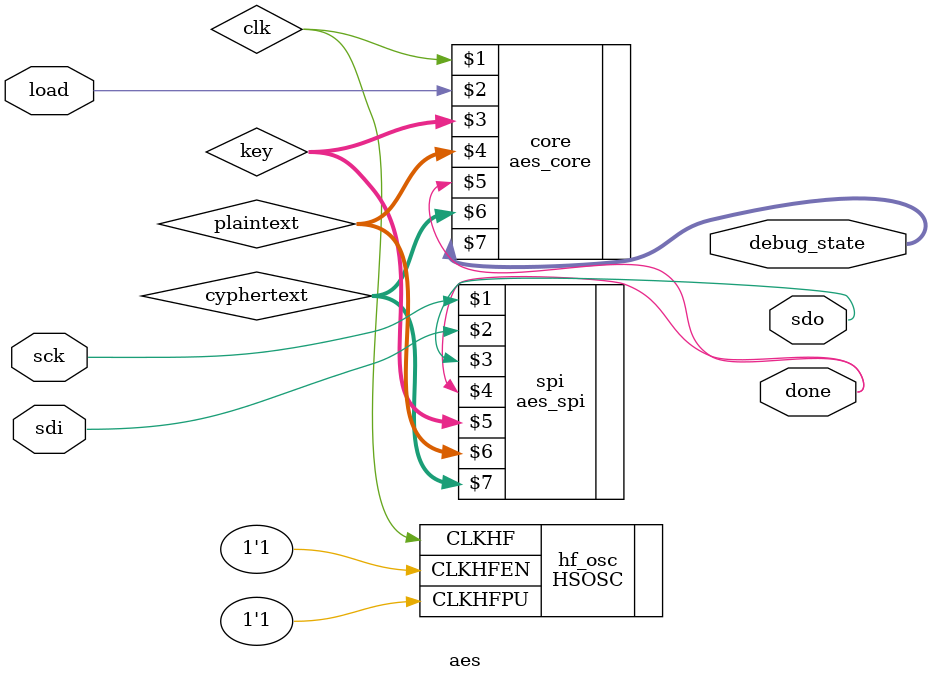
<source format=sv>

module aes(input  logic sck, 
           input  logic sdi,
           output logic sdo,
           input  logic load,
           output logic done, 
		   output logic [3:0] debug_state);
                    
    logic [127:0] key, plaintext, cyphertext;
	logic clk;
	
	HSOSC #(.CLKHF_DIV(2'b01)) 
         hf_osc (.CLKHFPU(1'b1), .CLKHFEN(1'b1), .CLKHF(clk));
            
    aes_spi spi(sck, sdi, sdo, done, key, plaintext, cyphertext);   
    aes_core core(clk, load, key, plaintext, done, cyphertext, debug_state);
endmodule
</source>
